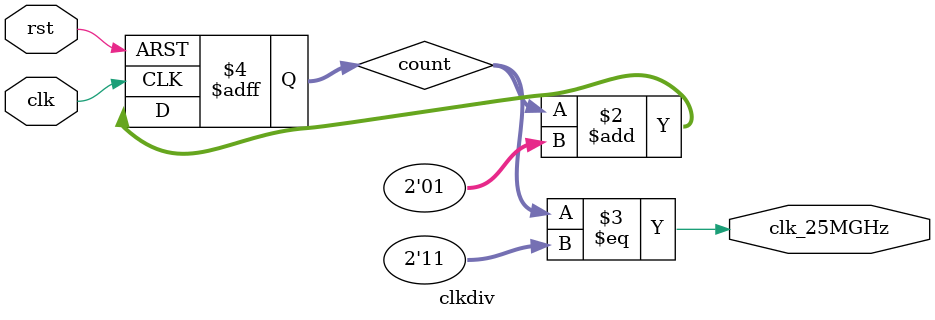
<source format=v>
`timescale 1ns / 1ps
module clkdiv(clk, rst, clk_25MGHz);
	input wire 			clk, rst;
	reg     [1:0]		count,ncount;
	output wire 		clk_25MGHz;
	
	always @(posedge clk, posedge rst)
		if (rst)
			count <= 2'b0;
		else
			count <= count + 2'b1;
	
	assign clk_25MGHz =(count == 2'b11);

endmodule

</source>
